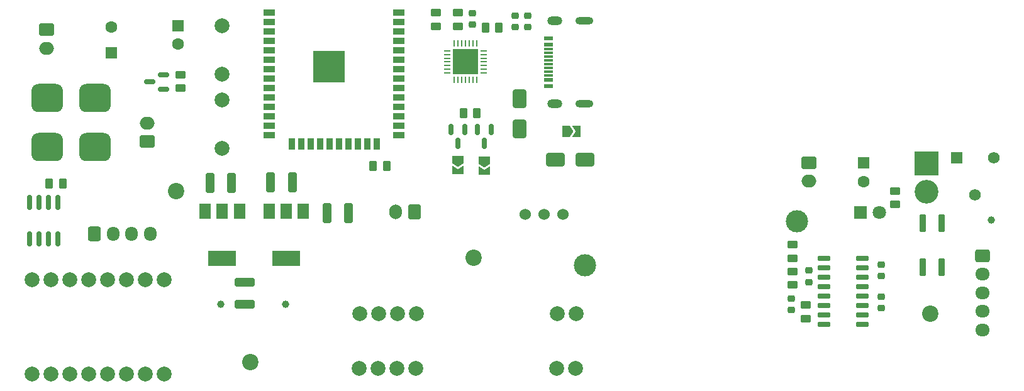
<source format=gbr>
%TF.GenerationSoftware,KiCad,Pcbnew,7.0.8-7.0.8~ubuntu22.04.1*%
%TF.CreationDate,2023-10-31T14:14:17+03:00*%
%TF.ProjectId,main-module,6d61696e-2d6d-46f6-9475-6c652e6b6963,rev?*%
%TF.SameCoordinates,Original*%
%TF.FileFunction,Soldermask,Top*%
%TF.FilePolarity,Negative*%
%FSLAX46Y46*%
G04 Gerber Fmt 4.6, Leading zero omitted, Abs format (unit mm)*
G04 Created by KiCad (PCBNEW 7.0.8-7.0.8~ubuntu22.04.1) date 2023-10-31 14:14:17*
%MOMM*%
%LPD*%
G01*
G04 APERTURE LIST*
G04 Aperture macros list*
%AMRoundRect*
0 Rectangle with rounded corners*
0 $1 Rounding radius*
0 $2 $3 $4 $5 $6 $7 $8 $9 X,Y pos of 4 corners*
0 Add a 4 corners polygon primitive as box body*
4,1,4,$2,$3,$4,$5,$6,$7,$8,$9,$2,$3,0*
0 Add four circle primitives for the rounded corners*
1,1,$1+$1,$2,$3*
1,1,$1+$1,$4,$5*
1,1,$1+$1,$6,$7*
1,1,$1+$1,$8,$9*
0 Add four rect primitives between the rounded corners*
20,1,$1+$1,$2,$3,$4,$5,0*
20,1,$1+$1,$4,$5,$6,$7,0*
20,1,$1+$1,$6,$7,$8,$9,0*
20,1,$1+$1,$8,$9,$2,$3,0*%
%AMFreePoly0*
4,1,6,1.000000,0.000000,0.500000,-0.750000,-0.500000,-0.750000,-0.500000,0.750000,0.500000,0.750000,1.000000,0.000000,1.000000,0.000000,$1*%
%AMFreePoly1*
4,1,6,0.500000,-0.750000,-0.650000,-0.750000,-0.150000,0.000000,-0.650000,0.750000,0.500000,0.750000,0.500000,-0.750000,0.500000,-0.750000,$1*%
G04 Aperture macros list end*
%ADD10RoundRect,0.250000X-0.725000X0.600000X-0.725000X-0.600000X0.725000X-0.600000X0.725000X0.600000X0*%
%ADD11O,1.950000X1.700000*%
%ADD12RoundRect,0.250000X0.450000X-0.262500X0.450000X0.262500X-0.450000X0.262500X-0.450000X-0.262500X0*%
%ADD13RoundRect,0.250000X1.100000X-0.325000X1.100000X0.325000X-1.100000X0.325000X-1.100000X-0.325000X0*%
%ADD14RoundRect,0.225000X-0.250000X0.225000X-0.250000X-0.225000X0.250000X-0.225000X0.250000X0.225000X0*%
%ADD15C,2.000000*%
%ADD16R,3.200000X3.200000*%
%ADD17O,3.200000X3.200000*%
%ADD18R,1.560000X1.560000*%
%ADD19C,1.560000*%
%ADD20R,1.500000X2.000000*%
%ADD21R,3.800000X2.000000*%
%ADD22RoundRect,0.250000X-0.262500X-0.450000X0.262500X-0.450000X0.262500X0.450000X-0.262500X0.450000X0*%
%ADD23RoundRect,0.250000X-0.450000X0.262500X-0.450000X-0.262500X0.450000X-0.262500X0.450000X0.262500X0*%
%ADD24RoundRect,0.250000X-0.750000X0.600000X-0.750000X-0.600000X0.750000X-0.600000X0.750000X0.600000X0*%
%ADD25O,2.000000X1.700000*%
%ADD26C,2.200000*%
%ADD27R,1.600000X1.600000*%
%ADD28C,1.600000*%
%ADD29RoundRect,0.250000X0.262500X0.450000X-0.262500X0.450000X-0.262500X-0.450000X0.262500X-0.450000X0*%
%ADD30RoundRect,0.250000X0.325000X1.100000X-0.325000X1.100000X-0.325000X-1.100000X0.325000X-1.100000X0*%
%ADD31FreePoly0,0.000000*%
%ADD32FreePoly1,0.000000*%
%ADD33C,1.524000*%
%ADD34RoundRect,0.250000X-1.000000X-0.650000X1.000000X-0.650000X1.000000X0.650000X-1.000000X0.650000X0*%
%ADD35R,1.160000X0.600000*%
%ADD36R,1.160000X0.300000*%
%ADD37O,2.000000X1.200000*%
%ADD38O,2.400000X1.000000*%
%ADD39RoundRect,0.250000X-0.600000X-0.725000X0.600000X-0.725000X0.600000X0.725000X-0.600000X0.725000X0*%
%ADD40O,1.700000X1.950000*%
%ADD41C,1.000000*%
%ADD42C,3.000000*%
%ADD43RoundRect,0.225000X0.250000X-0.225000X0.250000X0.225000X-0.250000X0.225000X-0.250000X-0.225000X0*%
%ADD44FreePoly0,270.000000*%
%ADD45FreePoly1,270.000000*%
%ADD46R,1.800000X1.800000*%
%ADD47C,1.800000*%
%ADD48RoundRect,0.150000X-0.150000X0.587500X-0.150000X-0.587500X0.150000X-0.587500X0.150000X0.587500X0*%
%ADD49RoundRect,0.250000X0.750000X-0.600000X0.750000X0.600000X-0.750000X0.600000X-0.750000X-0.600000X0*%
%ADD50RoundRect,0.062500X0.337500X0.062500X-0.337500X0.062500X-0.337500X-0.062500X0.337500X-0.062500X0*%
%ADD51RoundRect,0.062500X0.062500X0.337500X-0.062500X0.337500X-0.062500X-0.337500X0.062500X-0.337500X0*%
%ADD52R,3.350000X3.350000*%
%ADD53RoundRect,0.952500X-1.167500X-0.952500X1.167500X-0.952500X1.167500X0.952500X-1.167500X0.952500X0*%
%ADD54RoundRect,0.952500X1.167500X0.952500X-1.167500X0.952500X-1.167500X-0.952500X1.167500X-0.952500X0*%
%ADD55RoundRect,0.250000X-0.325000X-1.100000X0.325000X-1.100000X0.325000X1.100000X-0.325000X1.100000X0*%
%ADD56RoundRect,0.225000X-0.225000X-0.975000X0.225000X-0.975000X0.225000X0.975000X-0.225000X0.975000X0*%
%ADD57RoundRect,0.150000X-0.150000X0.825000X-0.150000X-0.825000X0.150000X-0.825000X0.150000X0.825000X0*%
%ADD58RoundRect,0.250000X0.650000X-1.000000X0.650000X1.000000X-0.650000X1.000000X-0.650000X-1.000000X0*%
%ADD59RoundRect,0.150000X-0.725000X-0.150000X0.725000X-0.150000X0.725000X0.150000X-0.725000X0.150000X0*%
%ADD60RoundRect,0.150000X0.587500X0.150000X-0.587500X0.150000X-0.587500X-0.150000X0.587500X-0.150000X0*%
%ADD61RoundRect,0.250000X0.600000X0.750000X-0.600000X0.750000X-0.600000X-0.750000X0.600000X-0.750000X0*%
%ADD62O,1.700000X2.000000*%
%ADD63R,1.500000X0.900000*%
%ADD64R,0.900000X1.500000*%
%ADD65C,0.600000*%
%ADD66R,4.200000X4.200000*%
G04 APERTURE END LIST*
D10*
%TO.C,T1*%
X172550000Y-75687500D03*
D11*
X172550000Y-78187500D03*
X172550000Y-80687500D03*
X172550000Y-83187500D03*
X172550000Y-85687500D03*
%TD*%
D12*
%TO.C,R5*%
X98935000Y-44812500D03*
X98935000Y-42987500D03*
%TD*%
D13*
%TO.C,C11*%
X73250000Y-82225000D03*
X73250000Y-79275000D03*
%TD*%
D14*
%TO.C,C23*%
X146750000Y-81475000D03*
X146750000Y-83025000D03*
%TD*%
D15*
%TO.C,U13*%
X44560000Y-91675000D03*
X47100000Y-91675000D03*
X49640000Y-91675000D03*
X52180000Y-91675000D03*
X54720000Y-91675000D03*
X57260000Y-91675000D03*
X59800000Y-91675000D03*
X62340000Y-91675000D03*
X44560000Y-78975000D03*
X47100000Y-78975000D03*
X49640000Y-78975000D03*
X52180000Y-78975000D03*
X54720000Y-78975000D03*
X57260000Y-78975000D03*
X59800000Y-78975000D03*
X62340000Y-78975000D03*
%TD*%
D16*
%TO.C,D4*%
X164950000Y-63315000D03*
D17*
X164950000Y-67125000D03*
%TD*%
D18*
%TO.C,RV2*%
X169050000Y-62547500D03*
D19*
X171550000Y-67547500D03*
X174050000Y-62547500D03*
%TD*%
D20*
%TO.C,U3*%
X72500000Y-69750000D03*
X70200000Y-69750000D03*
D21*
X70200000Y-76050000D03*
D20*
X67900000Y-69750000D03*
%TD*%
D22*
%TO.C,R4*%
X46887500Y-66000000D03*
X48712500Y-66000000D03*
%TD*%
D23*
%TO.C,R14*%
X146950000Y-77812500D03*
X146950000Y-79637500D03*
%TD*%
D24*
%TO.C,J1*%
X46560000Y-45250000D03*
D25*
X46560000Y-47750000D03*
%TD*%
D26*
%TO.C,H1*%
X165500000Y-83500000D03*
%TD*%
D27*
%TO.C,C18*%
X156550000Y-63205121D03*
D28*
X156550000Y-65705121D03*
%TD*%
D29*
%TO.C,R1*%
X107447500Y-45000000D03*
X105622500Y-45000000D03*
%TD*%
D14*
%TO.C,C25*%
X149150000Y-77712500D03*
X149150000Y-79262500D03*
%TD*%
D22*
%TO.C,R18*%
X90487500Y-63600000D03*
X92312500Y-63600000D03*
%TD*%
D30*
%TO.C,C9*%
X71475000Y-65900000D03*
X68525000Y-65900000D03*
%TD*%
D23*
%TO.C,R21*%
X160750000Y-66975000D03*
X160750000Y-68800000D03*
%TD*%
D31*
%TO.C,JP1*%
X116475000Y-59000000D03*
D32*
X117925000Y-59000000D03*
%TD*%
D12*
%TO.C,R15*%
X146950000Y-76050000D03*
X146950000Y-74225000D03*
%TD*%
%TO.C,R9*%
X64572500Y-53162500D03*
X64572500Y-51337500D03*
%TD*%
D33*
%TO.C,U7*%
X110995000Y-70100000D03*
X113535000Y-70100000D03*
X116075000Y-70100000D03*
%TD*%
D14*
%TO.C,C22*%
X158900000Y-81225000D03*
X158900000Y-82775000D03*
%TD*%
D34*
%TO.C,D2*%
X115000000Y-62750000D03*
X119000000Y-62750000D03*
%TD*%
D35*
%TO.C,J2*%
X114090000Y-52850000D03*
X114090000Y-52050000D03*
D36*
X114090000Y-50900000D03*
X114090000Y-49900000D03*
X114090000Y-49400000D03*
X114090000Y-48400000D03*
D35*
X114090000Y-47250000D03*
X114090000Y-46450000D03*
X114090000Y-46450000D03*
X114090000Y-47250000D03*
D36*
X114090000Y-47900000D03*
X114090000Y-48900000D03*
X114090000Y-50400000D03*
X114090000Y-51400000D03*
D35*
X114090000Y-52050000D03*
X114090000Y-52850000D03*
D37*
X114975000Y-55250000D03*
D38*
X118900000Y-55250000D03*
D37*
X114975000Y-44050000D03*
D38*
X118900000Y-44050000D03*
%TD*%
D39*
%TO.C,J6*%
X53000000Y-72800000D03*
D40*
X55500000Y-72800000D03*
X58000000Y-72800000D03*
X60500000Y-72800000D03*
%TD*%
D15*
%TO.C,SW1*%
X70135000Y-51275000D03*
X70135000Y-44775000D03*
%TD*%
D30*
%TO.C,C10*%
X79675000Y-65850000D03*
X76725000Y-65850000D03*
%TD*%
D41*
%TO.C,TP6*%
X173750000Y-70887500D03*
%TD*%
D26*
%TO.C,H3*%
X74000000Y-90000000D03*
%TD*%
D42*
%TO.C,TP5*%
X147550000Y-71087500D03*
%TD*%
D29*
%TO.C,R7*%
X104462500Y-56500000D03*
X102637500Y-56500000D03*
%TD*%
D43*
%TO.C,C21*%
X158900000Y-78462500D03*
X158900000Y-76912500D03*
%TD*%
D44*
%TO.C,JP3*%
X101900000Y-62775000D03*
D45*
X101900000Y-64225000D03*
%TD*%
D27*
%TO.C,C17*%
X64235000Y-44700000D03*
D28*
X64235000Y-47200000D03*
%TD*%
D44*
%TO.C,JP2*%
X105500000Y-62875000D03*
D45*
X105500000Y-64325000D03*
%TD*%
D26*
%TO.C,H2*%
X64000000Y-67000000D03*
%TD*%
D46*
%TO.C,D5*%
X156075000Y-69887500D03*
D47*
X158615000Y-69887500D03*
%TD*%
D43*
%TO.C,C3*%
X103835000Y-44575000D03*
X103835000Y-43025000D03*
%TD*%
D27*
%TO.C,C4*%
X55235000Y-48400000D03*
D28*
X55235000Y-44900000D03*
%TD*%
D48*
%TO.C,Q4*%
X102850000Y-58700000D03*
X100950000Y-58700000D03*
X101900000Y-60575000D03*
%TD*%
D49*
%TO.C,J3*%
X60110000Y-60350000D03*
D25*
X60110000Y-57850000D03*
%TD*%
D50*
%TO.C,U1*%
X105385000Y-51100000D03*
X105385000Y-50600000D03*
X105385000Y-50100000D03*
X105385000Y-49600000D03*
X105385000Y-49100000D03*
X105385000Y-48600000D03*
X105385000Y-48100000D03*
D51*
X104435000Y-47150000D03*
X103935000Y-47150000D03*
X103435000Y-47150000D03*
X102935000Y-47150000D03*
X102435000Y-47150000D03*
X101935000Y-47150000D03*
X101435000Y-47150000D03*
D50*
X100485000Y-48100000D03*
X100485000Y-48600000D03*
X100485000Y-49100000D03*
X100485000Y-49600000D03*
X100485000Y-50100000D03*
X100485000Y-50600000D03*
X100485000Y-51100000D03*
D51*
X101435000Y-52050000D03*
X101935000Y-52050000D03*
X102435000Y-52050000D03*
X102935000Y-52050000D03*
X103435000Y-52050000D03*
X103935000Y-52050000D03*
X104435000Y-52050000D03*
D52*
X102935000Y-49600000D03*
%TD*%
D53*
%TO.C,F2*%
X46610000Y-61100000D03*
X53020000Y-61100000D03*
%TD*%
D15*
%TO.C,U6*%
X117800000Y-83500000D03*
X115260000Y-83500000D03*
X96300000Y-83500000D03*
X93760000Y-83500000D03*
X91220000Y-83500000D03*
X88680000Y-83500000D03*
%TD*%
D54*
%TO.C,F1*%
X53060000Y-54500000D03*
X46650000Y-54500000D03*
%TD*%
D55*
%TO.C,C12*%
X84275000Y-70000000D03*
X87225000Y-70000000D03*
%TD*%
D15*
%TO.C,SW2*%
X70135000Y-54750000D03*
X70135000Y-61250000D03*
%TD*%
D42*
%TO.C,TP1*%
X119000000Y-77000000D03*
%TD*%
D15*
%TO.C,U10*%
X117735000Y-90900000D03*
X115195000Y-90900000D03*
X96235000Y-90900000D03*
X93695000Y-90900000D03*
X91155000Y-90900000D03*
X88615000Y-90900000D03*
%TD*%
D43*
%TO.C,C5*%
X109600000Y-44925000D03*
X109600000Y-43375000D03*
%TD*%
D41*
%TO.C,TP2*%
X70000000Y-82250000D03*
%TD*%
D56*
%TO.C,D6*%
X167000000Y-71287500D03*
X164500000Y-71287500D03*
X164500000Y-77287500D03*
X167000000Y-77287500D03*
%TD*%
D57*
%TO.C,Q2*%
X48105000Y-68525000D03*
X46835000Y-68525000D03*
X45565000Y-68525000D03*
X44295000Y-68525000D03*
X44295000Y-73475000D03*
X45565000Y-73475000D03*
X46835000Y-73475000D03*
X48105000Y-73475000D03*
%TD*%
D43*
%TO.C,C6*%
X111300000Y-44925000D03*
X111300000Y-43375000D03*
%TD*%
D58*
%TO.C,D1*%
X110200000Y-58600000D03*
X110200000Y-54600000D03*
%TD*%
D59*
%TO.C,U9*%
X151175000Y-76055000D03*
X151175000Y-77325000D03*
X151175000Y-78595000D03*
X151175000Y-79865000D03*
X151175000Y-81135000D03*
X151175000Y-82405000D03*
X151175000Y-83675000D03*
X151175000Y-84945000D03*
X156325000Y-84945000D03*
X156325000Y-83675000D03*
X156325000Y-82405000D03*
X156325000Y-81135000D03*
X156325000Y-79865000D03*
X156325000Y-78595000D03*
X156325000Y-77325000D03*
X156325000Y-76055000D03*
%TD*%
D20*
%TO.C,U4*%
X81100000Y-69750000D03*
X78800000Y-69750000D03*
D21*
X78800000Y-76050000D03*
D20*
X76500000Y-69750000D03*
%TD*%
D41*
%TO.C,TP3*%
X78750000Y-82250000D03*
%TD*%
D60*
%TO.C,Q6*%
X62272500Y-53250000D03*
X62272500Y-51350000D03*
X60397500Y-52300000D03*
%TD*%
D23*
%TO.C,R13*%
X148750000Y-82337500D03*
X148750000Y-84162500D03*
%TD*%
D61*
%TO.C,J5*%
X96050000Y-69800000D03*
D62*
X93550000Y-69800000D03*
%TD*%
D63*
%TO.C,U8*%
X76492500Y-42935000D03*
X76492500Y-44205000D03*
X76492500Y-45475000D03*
X76492500Y-46745000D03*
X76492500Y-48015000D03*
X76492500Y-49285000D03*
X76492500Y-50555000D03*
X76492500Y-51825000D03*
X76492500Y-53095000D03*
X76492500Y-54365000D03*
X76492500Y-55635000D03*
X76492500Y-56905000D03*
X76492500Y-58175000D03*
X76492500Y-59445000D03*
D64*
X79532500Y-60695000D03*
X80802500Y-60695000D03*
X82072500Y-60695000D03*
X83342500Y-60695000D03*
X84612500Y-60695000D03*
X85882500Y-60695000D03*
X87152500Y-60695000D03*
X88422500Y-60695000D03*
X89692500Y-60695000D03*
X90962500Y-60695000D03*
D63*
X93992500Y-59445000D03*
X93992500Y-58175000D03*
X93992500Y-56905000D03*
X93992500Y-55635000D03*
X93992500Y-54365000D03*
X93992500Y-53095000D03*
X93992500Y-51825000D03*
X93992500Y-50555000D03*
X93992500Y-49285000D03*
X93992500Y-48015000D03*
X93992500Y-46745000D03*
X93992500Y-45475000D03*
X93992500Y-44205000D03*
X93992500Y-42935000D03*
D65*
X83037500Y-49512500D03*
X83037500Y-51037500D03*
X83800000Y-48750000D03*
X83800000Y-50275000D03*
X83800000Y-51800000D03*
X84562500Y-49512500D03*
D66*
X84562500Y-50275000D03*
D65*
X84562500Y-51037500D03*
X85325000Y-48750000D03*
X85325000Y-50275000D03*
X85325000Y-51800000D03*
X86087500Y-49512500D03*
X86087500Y-51037500D03*
%TD*%
D48*
%TO.C,Q3*%
X106400000Y-58700000D03*
X104500000Y-58700000D03*
X105450000Y-60575000D03*
%TD*%
D24*
%TO.C,J4*%
X149150000Y-63187500D03*
D25*
X149150000Y-65687500D03*
%TD*%
D12*
%TO.C,R2*%
X101935000Y-44812500D03*
X101935000Y-42987500D03*
%TD*%
D26*
%TO.C,H4*%
X104000000Y-76000000D03*
%TD*%
M02*

</source>
